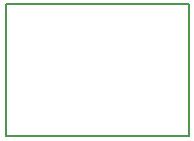
<source format=gbr>
%TF.GenerationSoftware,KiCad,Pcbnew,8.0.6*%
%TF.CreationDate,2025-01-14T14:49:09-07:00*%
%TF.ProjectId,ChargerBoard,43686172-6765-4724-926f-6172642e6b69,rev?*%
%TF.SameCoordinates,Original*%
%TF.FileFunction,Profile,NP*%
%FSLAX46Y46*%
G04 Gerber Fmt 4.6, Leading zero omitted, Abs format (unit mm)*
G04 Created by KiCad (PCBNEW 8.0.6) date 2025-01-14 14:49:09*
%MOMM*%
%LPD*%
G01*
G04 APERTURE LIST*
%TA.AperFunction,Profile*%
%ADD10C,0.200000*%
%TD*%
G04 APERTURE END LIST*
D10*
X139954000Y-92202000D02*
X155448000Y-92202000D01*
X155448000Y-103378000D01*
X139954000Y-103378000D01*
X139954000Y-92202000D01*
M02*

</source>
